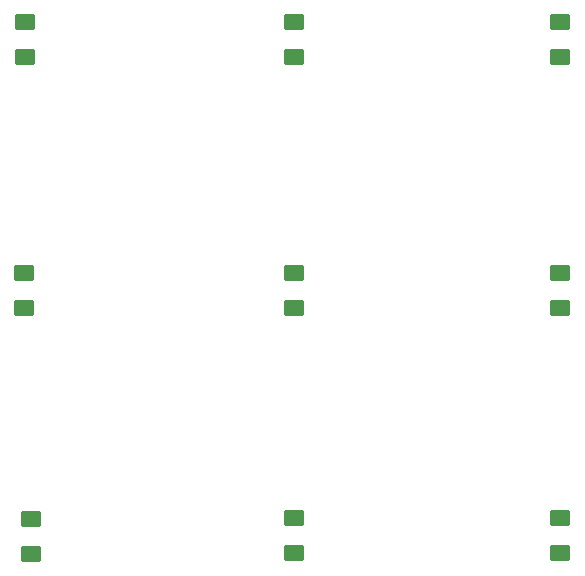
<source format=gtp>
G04 #@! TF.GenerationSoftware,KiCad,Pcbnew,7.0.9*
G04 #@! TF.CreationDate,2023-11-26T00:11:53+01:00*
G04 #@! TF.ProjectId,v1,76312e6b-6963-4616-945f-706362585858,rev?*
G04 #@! TF.SameCoordinates,Original*
G04 #@! TF.FileFunction,Paste,Top*
G04 #@! TF.FilePolarity,Positive*
%FSLAX46Y46*%
G04 Gerber Fmt 4.6, Leading zero omitted, Abs format (unit mm)*
G04 Created by KiCad (PCBNEW 7.0.9) date 2023-11-26 00:11:53*
%MOMM*%
%LPD*%
G01*
G04 APERTURE LIST*
G04 Aperture macros list*
%AMRoundRect*
0 Rectangle with rounded corners*
0 $1 Rounding radius*
0 $2 $3 $4 $5 $6 $7 $8 $9 X,Y pos of 4 corners*
0 Add a 4 corners polygon primitive as box body*
4,1,4,$2,$3,$4,$5,$6,$7,$8,$9,$2,$3,0*
0 Add four circle primitives for the rounded corners*
1,1,$1+$1,$2,$3*
1,1,$1+$1,$4,$5*
1,1,$1+$1,$6,$7*
1,1,$1+$1,$8,$9*
0 Add four rect primitives between the rounded corners*
20,1,$1+$1,$2,$3,$4,$5,0*
20,1,$1+$1,$4,$5,$6,$7,0*
20,1,$1+$1,$6,$7,$8,$9,0*
20,1,$1+$1,$8,$9,$2,$3,0*%
G04 Aperture macros list end*
%ADD10RoundRect,0.250001X-0.624999X0.462499X-0.624999X-0.462499X0.624999X-0.462499X0.624999X0.462499X0*%
%ADD11RoundRect,0.250001X0.624999X-0.462499X0.624999X0.462499X-0.624999X0.462499X-0.624999X-0.462499X0*%
G04 APERTURE END LIST*
D10*
X125000000Y-78512500D03*
X125000000Y-81487500D03*
D11*
X125520000Y-123575000D03*
X125520000Y-120600000D03*
X124920000Y-102800000D03*
X124920000Y-99825000D03*
D10*
X147720000Y-78512500D03*
X147720000Y-81487500D03*
D11*
X170320000Y-102800000D03*
X170320000Y-99825000D03*
X147720000Y-102800000D03*
X147720000Y-99825000D03*
D10*
X170320000Y-78512500D03*
X170320000Y-81487500D03*
D11*
X147720000Y-123500000D03*
X147720000Y-120525000D03*
X170320000Y-123500000D03*
X170320000Y-120525000D03*
M02*

</source>
